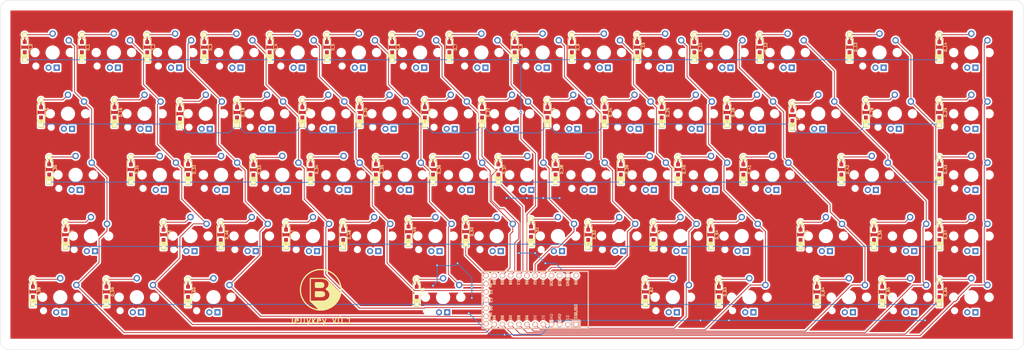
<source format=kicad_pcb>
(kicad_pcb (version 20211014) (generator pcbnew)
  (layers (0 "F.Cu" signal) (31 "B.Cu" signal) (34 "B.Paste" user) (35 "F.Paste" user) (36 "B.SilkS" user "B.Silkscreen") (37 "F.SilkS" user "F.Silkscreen") (38 "B.Mask" user) (39 "F.Mask" user) (44 "Edge.Cuts" user))
  (net 0 "")
  (net 3 "col0")
  (net 4 "col1")
  (net 5 "col2")
  (net 6 "col3")
  (net 7 "col4")
  (net 8 "col5")
  (net 9 "col6")
  (net 10 "col7")
  (net 11 "col8")
  (net 12 "col9")
  (net 13 "col10")
  (net 14 "col11")
  (net 15 "col12")
  (net 16 "col13")
  (net 17 "col14")
  (net 18 "row0")
  (net 19 "row1")
  (net 20 "row2")
  (net 21 "row3")
  (net 22 "row4")
  (net 26 "Net-(D_0-Pad2)")
  (net 27 "Net-(D_1-Pad2)")
  (net 28 "Net-(D_2-Pad2)")
  (net 29 "Net-(D_3-Pad2)")
  (net 30 "Net-(D_4-Pad2)")
  (net 31 "Net-(D_5-Pad2)")
  (net 32 "Net-(D_6-Pad2)")
  (net 33 "Net-(D_7-Pad2)")
  (net 34 "Net-(D_8-Pad2)")
  (net 35 "Net-(D_9-Pad2)")
  (net 36 "Net-(D_10-Pad2)")
  (net 37 "Net-(D_11-Pad2)")
  (net 38 "Net-(D_12-Pad2)")
  (net 39 "Net-(D_13-Pad2)")
  (net 40 "Net-(D_14-Pad2)")
  (net 41 "Net-(D_15-Pad2)")
  (net 42 "Net-(D_16-Pad2)")
  (net 43 "Net-(D_17-Pad2)")
  (net 44 "Net-(D_18-Pad2)")
  (net 45 "Net-(D_19-Pad2)")
  (net 46 "Net-(D_20-Pad2)")
  (net 47 "Net-(D_21-Pad2)")
  (net 48 "Net-(D_22-Pad2)")
  (net 49 "Net-(D_23-Pad2)")
  (net 50 "Net-(D_24-Pad2)")
  (net 51 "Net-(D_25-Pad2)")
  (net 52 "Net-(D_26-Pad2)")
  (net 53 "Net-(D_27-Pad2)")
  (net 54 "Net-(D_28-Pad2)")
  (net 55 "Net-(D_29-Pad2)")
  (net 56 "Net-(D_30-Pad2)")
  (net 57 "Net-(D_31-Pad2)")
  (net 58 "Net-(D_32-Pad2)")
  (net 59 "Net-(D_33-Pad2)")
  (net 60 "Net-(D_34-Pad2)")
  (net 61 "Net-(D_35-Pad2)")
  (net 62 "Net-(D_36-Pad2)")
  (net 63 "Net-(D_37-Pad2)")
  (net 64 "Net-(D_38-Pad2)")
  (net 65 "Net-(D_39-Pad2)")
  (net 66 "Net-(D_40-Pad2)")
  (net 67 "Net-(D_41-Pad2)")
  (net 68 "Net-(D_42-Pad2)")
  (net 69 "Net-(D_43-Pad2)")
  (net 70 "Net-(D_44-Pad2)")
  (net 71 "Net-(D_45-Pad2)")
  (net 72 "Net-(D_46-Pad2)")
  (net 73 "Net-(D_47-Pad2)")
  (net 74 "Net-(D_48-Pad2)")
  (net 75 "Net-(D_49-Pad2)")
  (net 76 "Net-(D_50-Pad2)")
  (net 77 "Net-(D_51-Pad2)")
  (net 78 "Net-(D_52-Pad2)")
  (net 79 "Net-(D_53-Pad2)")
  (net 80 "Net-(D_54-Pad2)")
  (net 81 "Net-(D_55-Pad2)")
  (net 82 "Net-(D_56-Pad2)")
  (net 83 "Net-(D_57-Pad2)")
  (net 84 "Net-(D_58-Pad2)")
  (net 85 "Net-(D_59-Pad2)")
  (net 86 "Net-(D_60-Pad2)")
  (net 87 "Net-(D_61-Pad2)")
  (net 88 "Net-(D_62-Pad2)")
  (net 89 "Net-(D_63-Pad2)")
  (net 90 "Net-(D_64-Pad2)")
  (net 91 "Net-(D_65-Pad2)")
  (net 92 "Net-(D_66-Pad2)")
  (net 94 "GND")
  (footprint "keyboard_parts:D_SOD123_axial" (layer "F.Cu") (at 256.54 78.74 90)
    (fp_text reference "D_41")
    (fp_text value "D" hide)
  )
  (footprint "keyboard_parts:D_SOD123_axial" (layer "F.Cu") (at 33.02 40.64 90)
    (fp_text reference "D_0")
    (fp_text value "D" hide)
  )
  (footprint "Kailh_Choc:KailhChoc-1U" (layer "F.Cu") (at 91.71525 118.5155)
    (fp_text reference "K_60")
    (fp_text value "KEYSW")
  )
  (footprint "keyboard_parts:D_SOD123_axial" (layer "F.Cu") (at 317.5 40.64 90)
    (fp_text reference "D_14")
    (fp_text value "D" hide)
  )
  (footprint "Kailh_Choc:KailhChoc-1U" (layer "F.Cu") (at 79.809 42.3155)
    (fp_text reference "K_2")
    (fp_text value "KEYSW")
  )
  (footprint "Kailh_Choc:KailhChoc-1U" (layer "F.Cu") (at 84.5715 99.4655)
    (fp_text reference "K_45")
    (fp_text value "KEYSW")
  )
  (footprint "Kailh_Choc:KailhChoc-1U" (layer "F.Cu") (at 260.784 61.3655)
    (fp_text reference "K_26")
    (fp_text value "KEYSW")
  )
  (footprint "Kailh_Choc:KailhChoc-1U" (layer "F.Cu") (at 279.834 61.3655)
    (fp_text reference "K_27")
    (fp_text value "KEYSW")
  )
  (footprint "keyboard_parts:D_SOD123_axial" (layer "F.Cu") (at 271.78 61.925 90)
    (fp_text reference "D_27")
    (fp_text value "D" hide)
  )
  (footprint "keyboard_parts:D_SOD123_axial" (layer "F.Cu") (at 170.18 98.095 90)
    (fp_text reference "D_50")
    (fp_text value "D" hide)
  )
  (footprint "keyboard_parts:D_SOD123_axial" (layer "F.Cu") (at 248.92 116.84 90)
    (fp_text reference "D_63")
    (fp_text value "D" hide)
  )
  (footprint "keyboard_parts:D_SOD123_axial" (layer "F.Cu") (at 104.14 78.8405 90)
    (fp_text reference "D_33")
    (fp_text value "D" hide)
  )
  (footprint "Kailh_Choc:KailhChoc-1U" (layer "F.Cu") (at 258.40275 118.5155)
    (fp_text reference "K_63")
    (fp_text value "KEYSW")
  )
  (footprint "keyboard_parts:D_SOD123_axial" (layer "F.Cu") (at 38.1 60.96 90)
    (fp_text reference "D_15")
    (fp_text value "D" hide)
  )
  (footprint "Kailh_Choc:KailhChoc-1U" (layer "F.Cu") (at 327.459 118.5155)
    (fp_text reference "K_66")
    (fp_text value "KEYSW")
  )
  (footprint "Kailh_Choc:KailhChoc-1U" (layer "F.Cu") (at 189.3465 80.4155)
    (fp_text reference "K_37")
    (fp_text value "KEYSW")
  )
  (footprint "Kailh_Choc:KailhChoc-1U" (layer "F.Cu") (at 296.50275 80.4155)
    (fp_text reference "K_42")
    (fp_text value "KEYSW")
  )
  (footprint "Kailh_Choc:KailhChoc-1U" (layer "F.Cu") (at 163.15275 118.5155)
    (fp_text reference "K_61")
    (fp_text value "KEYSW")
  )
  (footprint "keyboard_parts:D_SOD123_axial" (layer "F.Cu") (at 109.22 40.64 90)
    (fp_text reference "D_4")
    (fp_text value "D" hide)
  )
  (footprint "keyboard_parts:D_SOD123_axial" (layer "F.Cu") (at 180.34 78.74 90)
    (fp_text reference "D_37")
    (fp_text value "D" hide)
  )
  (footprint "Kailh_Choc:KailhChoc-1U" (layer "F.Cu") (at 194.109 42.3155)
    (fp_text reference "K_8")
    (fp_text value "KEYSW")
  )
  (footprint "Kailh_Choc:KailhChoc-1U" (layer "F.Cu") (at 175.059 42.3155)
    (fp_text reference "K_7")
    (fp_text value "KEYSW")
  )
  (footprint "keyboard_parts:D_SOD123_axial" (layer "F.Cu") (at 299.72 116.84 90)
    (fp_text reference "D_65")
    (fp_text value "D" hide)
  )
  (footprint "Kailh_Choc:KailhChoc-1U" (layer "F.Cu") (at 256.0215 99.4655)
    (fp_text reference "K_54")
    (fp_text value "KEYSW")
  )
  (footprint "keyboard_parts:D_SOD123_axial" (layer "F.Cu") (at 231.14 60.96 90)
    (fp_text reference "D_25")
    (fp_text value "D" hide)
  )
  (footprint "Kailh_Choc:KailhChoc-1U" (layer "F.Cu") (at 203.634 61.3655)
    (fp_text reference "K_23")
    (fp_text value "KEYSW")
  )
  (footprint "Kailh_Choc:KailhChoc-1U" (layer "F.Cu") (at 213.159 42.3155)
    (fp_text reference "K_9")
    (fp_text value "KEYSW")
  )
  (footprint "keyboard_parts:D_SOD123_axial" (layer "F.Cu") (at 241.3 40.64 90)
    (fp_text reference "D_11")
    (fp_text value "D" hide)
  )
  (footprint "Kailh_Choc:KailhChoc-1U" (layer "F.Cu") (at 282.21525 99.4655)
    (fp_text reference "K_55")
    (fp_text value "KEYSW")
  )
  (footprint "keyboard_parts:D_SOD123_axial" (layer "F.Cu") (at 218.44 78.74 90)
    (fp_text reference "D_39")
    (fp_text value "D" hide)
  )
  (footprint "keyboard_parts:D_SOD123_axial" (layer "F.Cu") (at 58.42 116.84 90)
    (fp_text reference "D_59")
    (fp_text value "D" hide)
  )
  (footprint "keyboard_parts:D_SOD123_axial" (layer "F.Cu") (at 175.26 60.96 90)
    (fp_text reference "D_22")
    (fp_text value "D" hide)
  )
  (footprint "keyboard_parts:D_SOD123_axial" (layer "F.Cu") (at 88.9 40.64 90)
    (fp_text reference "D_3")
    (fp_text value "D" hide)
  )
  (footprint "keyboard_parts:D_SOD123_axial" (layer "F.Cu") (at 294.64 60.96 90)
    (fp_text reference "D_28")
    (fp_text value "D" hide)
  )
  (footprint "Kailh_Choc:KailhChoc-1U" (layer "F.Cu") (at 289.359 118.5155)
    (fp_text reference "K_64")
    (fp_text value "KEYSW")
  )
  (footprint "keyboard_parts:D_SOD123_axial" (layer "F.Cu") (at 60.96 60.96 90)
    (fp_text reference "D_16")
    (fp_text value "D" hide)
  )
  (footprint "keyboard_parts:D_SOD123_axial" (layer "F.Cu") (at 50.8 40.64 90)
    (fp_text reference "D_1")
    (fp_text value "D" hide)
  )
  (footprint "keyboard_parts:D_SOD123_axial" (layer "F.Cu") (at 274.32 99.06 90)
    (fp_text reference "D_55")
    (fp_text value "D" hide)
  )
  (footprint "keyboard_parts:D_SOD123_axial" (layer "F.Cu") (at 45.72 99.06 90)
    (fp_text reference "D_44")
    (fp_text value "D" hide)
  )
  (footprint "keyboard_parts:D_SOD123_axial" (layer "F.Cu") (at 132.08 99.06 90)
    (fp_text reference "D_48")
    (fp_text value "D" hide)
  )
  (footprint "Kailh_Choc:KailhChoc-1U" (layer "F.Cu") (at 122.6715 99.4655)
    (fp_text reference "K_47")
    (fp_text value "KEYSW")
  )
  (footprint "keyboard_parts:D_SOD123_axial" (layer "F.Cu") (at 35.56 116.84 90)
    (fp_text reference "D_58")
    (fp_text value "D" hide)
  )
  (footprint "Kailh_Choc:KailhChoc-1U" (layer "F.Cu") (at 298.884 42.3155)
    (fp_text reference "K_13")
    (fp_text value "KEYSW")
  )
  (footprint "keyboard_parts:D_SOD123_axial" (layer "F.Cu") (at 317.5 78.74 90)
    (fp_text reference "D_43")
    (fp_text value "D" hide)
  )
  (footprint "keyboard_parts:D_SOD123_axial" (layer "F.Cu") (at 203.2 40.64 90)
    (fp_text reference "D_9")
    (fp_text value "D" hide)
  )
  (footprint "Kailh_Choc:KailhChoc-1U" (layer "F.Cu") (at 327.459 61.3655)
    (fp_text reference "K_29")
    (fp_text value "KEYSW")
  )
  (footprint "Kailh_Choc:KailhChoc-1U" (layer "F.Cu") (at 246.4965 80.4155)
    (fp_text reference "K_40")
    (fp_text value "KEYSW")
  )
  (footprint "Kailh_Choc:KailhChoc-1U" (layer "F.Cu") (at 117.909 42.3155)
    (fp_text reference "K_4")
    (fp_text value "KEYSW")
  )
  (footprint "keyboard_parts:D_SOD123_axial" (layer "F.Cu") (at 76.2 99.06 90)
    (fp_text reference "D_45")
    (fp_text value "D" hide)
  )
  (footprint "Kailh_Choc:KailhChoc-1U" (layer "F.Cu") (at 208.3965 80.4155)
    (fp_text reference "K_38")
    (fp_text value "KEYSW")
  )
  (footprint "Kailh_Choc:KailhChoc-1U" (layer "F.Cu") (at 234.59025 118.5155)
    (fp_text reference "K_62")
    (fp_text value "KEYSW")
  )
  (footprint "keyboard_parts:D_SOD123_axial" (layer "F.Cu") (at 289.56 40.64 90)
    (fp_text reference "D_13")
    (fp_text value "D" hide)
  )
  (footprint "keyboard_parts:D_SOD123_axial" (layer "F.Cu") (at 195.58 60.96 90)
    (fp_text reference "D_23")
    (fp_text value "D" hide)
  )
  (footprint "keyboard_parts:D_SOD123_axial" (layer "F.Cu") (at 119.38 60.96 90)
    (fp_text reference "D_19")
    (fp_text value "D" hide)
  )
  (footprint "Kailh_Choc:KailhChoc-1U" (layer "F.Cu") (at 156.009 42.3155)
    (fp_text reference "K_6")
    (fp_text value "KEYSW")
  )
  (footprint "Kailh_Choc:KailhChoc-1U" (layer "F.Cu") (at 94.0965 80.4155)
    (fp_text reference "K_32")
    (fp_text value "KEYSW")
  )
  (footprint "keyboard_parts:D_SOD123_axial" (layer "F.Cu") (at 190.5 98.095 90)
    (fp_text reference "D_51")
    (fp_text value "D" hide)
  )
  (footprint "Kailh_Choc:KailhChoc-1U" (layer "F.Cu") (at 179.8215 99.4655)
    (fp_text reference "K_50")
    (fp_text value "KEYSW")
  )
  (footprint "Kailh_Choc:KailhChoc-1U" (layer "F.Cu") (at 127.434 61.3655)
    (fp_text reference "K_19")
    (fp_text value "KEYSW")
  )
  (footprint "keyboard_parts:D_SOD123_axial" (layer "F.Cu") (at 121.92 78.74 90)
    (fp_text reference "D_34")
    (fp_text value "D" hide)
  )
  (footprint "Kailh_Choc:KailhChoc-1U" (layer "F.Cu") (at 303.6465 61.3655)
    (fp_text reference "K_28")
    (fp_text value "KEYSW")
  )
  (footprint "keyboard_parts:D_SOD123_axial" (layer "F.Cu") (at 114.3 99.06 90)
    (fp_text reference "D_47")
    (fp_text value "D" hide)
  )
  (footprint "keyboard_parts:D_SOD123_axial" (layer "F.Cu") (at 317.5 60.96 90)
    (fp_text reference "D_29")
    (fp_text value "D" hide)
  )
  (footprint "Kailh_Choc:KailhChoc-1U" (layer "F.Cu") (at 222.684 61.3655)
    (fp_text reference "K_24")
    (fp_text value "KEYSW")
  )
  (footprint "Kailh_Choc:KailhChoc-1U" (layer "F.Cu") (at 141.7215 99.4655)
    (fp_text reference "K_48")
    (fp_text value "KEYSW")
  )
  (footprint "Kailh_Choc:KailhChoc-1U" (layer "F.Cu") (at 308.409 118.5155)
    (fp_text reference "K_65")
    (fp_text value "KEYSW")
  )
  (footprint "keyboard_parts:D_SOD123_axial" (layer "F.Cu") (at 71.12 40.64 90)
    (fp_text reference "D_2")
    (fp_text value "D" hide)
  )
  (footprint "Kailh_Choc:KailhChoc-1U" (layer "F.Cu") (at 160.7715 99.4655)
    (fp_text reference "K_49")
    (fp_text value "KEYSW")
  )
  (footprint "LOGO" (layer "F.Cu") (at 125.095 116.205)
    (fp_text reference "G***" hide)
    (fp_text value "LOGO" hide)
  )
  (footprint "keyboard_parts:D_SOD123_axial" (layer "F.Cu") (at 165.1 40.64 90)
    (fp_text reference "D_7")
    (fp_text value "D" hide)
  )
  (footprint "Kailh_Choc:KailhChoc-1U" (layer "F.Cu") (at 151.2465 80.4155)
    (fp_text reference "K_35")
    (fp_text value "KEYSW")
  )
  (footprint "Kailh_Choc:KailhChoc-1U" (layer "F.Cu") (at 198.8715 99.4655)
    (fp_text reference "K_51")
    (fp_text value "KEYSW")
  )
  (footprint "keyboard_parts:D_SOD123_axial" (layer "F.Cu") (at 198.12 78.74 90)
    (fp_text reference "D_38")
    (fp_text value "D" hide)
  )
  (footprint "keyboard_parts:D_SOD123_axial" (layer "F.Cu") (at 142.24 78.74 90)
    (fp_text reference "D_35")
    (fp_text value "D" hide)
  )
  (footprint "Kailh_Choc:KailhChoc-1U" (layer "F.Cu") (at 308.409 99.4655)
    (fp_text reference "K_56")
    (fp_text value "KEYSW")
  )
  (footprint "Kailh_Choc:KailhChoc-1U" (layer "F.Cu") (at 48.85275 80.4155)
    (fp_text reference "K_30")
    (fp_text value "KEYSW")
  )
  (footprint "Kailh_Choc:KailhChoc-1U" (layer "F.Cu") (at 98.859 42.3155)
    (fp_text reference "K_3")
    (fp_text value "KEYSW")
  )
  (footprint "Kailh_Choc:KailhChoc-1U" (layer "F.Cu") (at 241.734 61.3655)
    (fp_text reference "K_25")
    (fp_text value "KEYSW")
  )
  (footprint "Kailh_Choc:KailhChoc-1U" (layer "F.Cu") (at 113.1465 80.4155)
    (fp_text reference "K_33")
    (fp_text value "KEYSW")
  )
  (footprint "keyboard_parts:D_SOD123_axial" (layer "F.Cu") (at 213.36 60.96 90)
    (fp_text reference "D_24")
    (fp_text value "D" hide)
  )
  (footprint "keyboard_parts:D_SOD123_axial" (layer "F.Cu") (at 40.64 78.74 90)
    (fp_text reference "D_30")
    (fp_text value "D" hide)
  )
  (footprint "Kailh_Choc:KailhChoc-1U" (layer "F.Cu") (at 70.284 61.3655)
    (fp_text reference "K_16")
    (fp_text value "KEYSW")
  )
  (footprint "keyboard_parts:D_SOD123_axial" (layer "F.Cu") (at 93.98 99.06 90)
    (fp_text reference "D_46")
    (fp_text value "D" hide)
  )
  (footprint "Kailh_Choc:KailhChoc-1U" (layer "F.Cu") (at 136.959 42.3155)
    (fp_text reference "K_5")
    (fp_text value "KEYSW")
  )
  (footprint "keyboard_parts:D_SOD123_axial" (layer "F.Cu") (at 66.04 78.74 90)
    (fp_text reference "D_31")
    (fp_text value "D" hide)
  )
  (footprint "Kailh_Choc:KailhChoc-1U" (layer "F.Cu") (at 75.0465 80.4155)
    (fp_text reference "K_31")
    (fp_text value "KEYSW")
  )
  (footprint "keyboard_parts:D_SOD123_axial" (layer "F.Cu") (at 279.4 116.84 90)
    (fp_text reference "D_64")
    (fp_text value "D" hide)
  )
  (footprint "Kailh_Choc:KailhChoc-1U" (layer "F.Cu") (at 146.484 61.3655)
    (fp_text reference "K_20")
    (fp_text value "KEYSW")
  )
  (footprint "keyboard_parts:D_SOD123_axial" (layer "F.Cu") (at 157.48 60.96 90)
    (fp_text reference "D_21")
    (fp_text value "D" hide)
  )
  (footprint "keyboard_parts:D_SOD123_axial" (layer "F.Cu") (at 83.82 78.74 90)
    (fp_text reference "D_32")
    (fp_text value "D" hide)
  )
  (footprint "keyboard_parts:D_SOD123_axial" (layer "F.Cu") (at 83.82 116.84 90)
    (fp_text reference "D_60")
    (fp_text value "D" hide)
  )
  (footprint "keyboard_parts:D_SOD123_axial" (layer "F.Cu") (at 127 40.64 90)
    (fp_text reference "D_5")
    (fp_text value "D" hide)
  )
  (footprint "keyboard_parts:D_SOD123_axial" (layer "F.Cu") (at 99.06 60.96 90)
    (fp_text reference "D_18")
    (fp_text value "D" hide)
  )
  (footprint "keyboard_parts:D_SOD123_axial" (layer "F.Cu") (at 297.18 99.06 90)
    (fp_text reference "D_56")
    (fp_text value "D" hide)
  )
  (footprint "keyboard_parts:D_SOD123_axial" (layer "F.Cu") (at 317.5 99.06 90)
    (fp_text reference "D_57")
    (fp_text value "D" hide)
  )
  (footprint "keyboard_parts:D_SOD123_axial" (layer "F.Cu") (at 287.02 78.74 90)
    (fp_text reference "D_42")
    (fp_text value "D" hide)
  )
  (footprint "Kailh_Choc:KailhChoc-1U" (layer "F.Cu") (at 89.334 61.3655)
    (fp_text reference "K_17")
    (fp_text value "KEYSW")
  )
  (footprint "keyboard_parts:D_SOD123_axial" (layer "F.Cu") (at 152.4 98.095 90)
    (fp_text reference "D_49")
    (fp_text value "D" hide)
  )
  (footprint "keyboard_parts:D_SOD123_axial" (layer "F.Cu") (at 208.28 99.06 90)
    (fp_text reference "D_52")
    (fp_text value "D" hide)
  )
  (footprint "keyboard_parts:D_SOD123_axial" (layer "F.Cu") (at 185.42 40.64 90)
    (fp_text reference "D_8")
    (fp_text value "D" hide)
  )
  (footprint "Kailh_Choc:KailhChoc-1U" (layer "F.Cu") (at 327.459 42.3155)
    (fp_text reference "K_14")
    (fp_text value "KEYSW")
  )
  (footprint "keyboard_parts:D_SOD123_axial" (layer "F.Cu") (at 147.32 40.64 90)
    (fp_text reference "D_6")
    (fp_text value "D" hide)
  )
  (footprint "Kailh_Choc:KailhChoc-1U" (layer "F.Cu") (at 103.6215 99.4655)
    (fp_text reference "K_46")
    (fp_text value "KEYSW")
  )
  (footprint "Kailh_Choc:KailhChoc-1U" (layer "F.Cu") (at 53.61525 99.4655)
    (fp_text reference "K_44")
    (fp_text value "KEYSW")
  )
  (footprint "Kailh_Choc:KailhChoc-1U" (layer "F.Cu") (at 251.259 42.3155)
    (fp_text reference "K_11")
    (fp_text value "KEYSW")
  )
  (footprint "Kailh_Choc:KailhChoc-1U" (layer "F.Cu") (at 170.2965 80.4155)
    (fp_text reference "K_36")
    (fp_text value "KEYSW")
  )
  (footprint "Kailh_Choc:KailhChoc-1U" (layer "F.Cu") (at 165.534 61.3655)
    (fp_text reference "K_21")
    (fp_text value "KEYSW")
  )
  (footprint "keyboard_parts:D_SOD123_axial" (layer "F.Cu") (at 226.06 116.84 90)
    (fp_text reference "D_62")
    (fp_text value "D" hide)
  )
  (footprint "Kailh_Choc:KailhChoc-1U" (layer "F.Cu") (at 184.584 61.3655)
    (fp_text reference "K_22")
    (fp_text value "KEYSW")
  )
  (footprint "Kailh_Choc:KailhChoc-1U" (layer "F.Cu") (at 60.759 42.3155)
    (fp_text reference "K_1")
    (fp_text value "KEYSW")
  )
  (footprint "Kailh_Choc:KailhChoc-1U" (layer "F.Cu") (at 217.9215 99.4655)
    (fp_text reference "K_52")
    (fp_text value "KEYSW")
  )
  (footprint "Kailh_Choc:KailhChoc-1U" (layer "F.Cu") (at 44.09025 118.5155)
    (fp_text reference "K_58")
    (fp_text value "KEYSW")
  )
  (footprint "Kailh_Choc:KailhChoc-1U" (layer "F.Cu") (at 236.9715 99.4655)
    (fp_text reference "K_53")
    (fp_text value "KEYSW")
  )
  (footprint "Kailh_Choc:KailhChoc-1U" (layer "F.Cu") (at 108.384 61.3655)
    (fp_text reference "K_18")
    (fp_text value "KEYSW")
  )
  (footprint "keyboard_parts:D_SOD123_axial" (layer "F.Cu") (at 137.16 60.96 90)
    (fp_text reference "D_20")
    (fp_text value "D" hide)
  )
  (footprint "Kailh_Choc:KailhChoc-1U" (layer "F.Cu") (at 327.459 99.4655)
    (fp_text reference "K_57")
    (fp_text value "KEYSW")
  )
  (footprint "keyboard_parts:D_SOD123_axial" (layer "F.Cu") (at 246.38 99.06 90)
    (fp_text reference "D_54")
    (fp_text value "D" hide)
  )
  (footprint "Kailh_Choc:KailhChoc-1U" (layer "F.Cu") (at 265.5465 80.4155)
    (fp_text reference "K_41")
    (fp_text value "KEYSW")
  )
  (footprint "keyboard_parts:D_SOD123_axial" (layer "F.Cu") (at 261.62 40.64 90)
    (fp_text reference "D_12")
    (fp_text value "D" hide)
  )
  (footprint "keyboard_parts:D_SOD123_axial" (layer "F.Cu") (at 228.6 99.06 90)
    (fp_text reference "D_53")
    (fp_text value "D" hide)
  )
  (footprint "keyboard_parts:D_SOD123_axial" (layer "F.Cu") (at 160.02 78.74 90)
    (fp_text reference "D_36")
    (fp_text value "D" hide)
  )
  (footprint "Kailh_Choc:KailhChoc-1U" (layer "F.Cu") (at 41.709 42.3155)
    (fp_text reference "K_0")
    (fp_text value "KEYSW")
  )
  (footprint "keyboard_parts:D_SOD123_axial" (layer "F.Cu") (at 81.28 61.3655 90)
    (fp_text reference "D_17")
    (fp_text value "D" hide)
  )
  (footprint "Kailh_Choc:KailhChoc-1U" (layer "F.Cu") (at 327.459 80.4155)
    (fp_text reference "K_43")
    (fp_text value "KEYSW")
  )
  (footprint "keyboard_parts:D_SOD123_axial" (layer "F.Cu") (at 251.46 60.96 90)
    (fp_text reference "D_26")
    (fp_text value "D" hide)
  )
  (footprint "keyboard_parts:D_SOD123_axial" (layer "F.Cu") (at 236.22 78.74 90)
    (fp_text reference "D_40")
    (fp_text value "D" hide)
  )
  (footprint "keyboard_parts:D_SOD123_axial" (layer "F.Cu") (at 154.94 116.84 90)
    (fp_text reference "D_61")
    (fp_text value "D" hide)
  )
  (footprint "Kailh_Choc:KailhChoc-1U" (layer "F.Cu") (at 232.209 42.3155)
    (fp_text reference "K_10")
    (fp_text value "KEYSW")
  )
  (footprint "Kailh_Choc:KailhChoc-1U" (layer "F.Cu") (at 46.4715 61.3655)
    (fp_text reference "K_15")
    (fp_text value "KEYSW")
  )
  (footprint "Kailh_Choc:KailhChoc-1U" (layer "F.Cu") (at 270.309 42.3155)
    (fp_text reference "K_12")
    (fp_text value "KEYSW")
  )
  (footprint "keyboard_parts:D_SOD123_axial" (layer "F.Cu") (at 223.52 40.64 90)
    (fp_text reference "D_10")
    (fp_text value "D" hide)
  )
  (footprint "Kailh_Choc:KailhChoc-1U" (layer "F.Cu") (at 132.1965 80.4155)
    (fp_text reference "K_34")
    (fp_text value "KEYSW")
  )
  (footprint "Kailh_Choc:KailhChoc-1U" (layer "F.Cu") (at 67.90275 118.5155)
    (fp_text reference "K_59")
    (fp_text value "KEYSW")
  )
  (footprint "keyboard_parts:D_SOD123_axial" (layer "F.Cu") (at 317.5 116.84 90)
    (fp_text reference "D_66")
    (fp_text value "D" hide)
  )
  (footprint "Kailh_Choc:KailhChoc-1U" (layer "F.Cu") (at 227.4465 80.4155)
    (fp_text reference "K_39")
    (fp_text value "KEYSW")
  )
  (footprint "keebio:Elite-C" (layer "B.Cu") (at 190.5 119.38 180)
    (fp_text reference "U1" hide)
    (fp_text value "Elite-C" hide)
  )
  (gr_arc (start 343.782692 132.040499) (mid 342.963247 134.019201) (end 340.984772 134.839192) (layer "Edge.Cuts") (width 0.1))
  (gr_line (start 28.183228 25.991808) (end 340.983999 25.991808) (layer "Edge.Cuts") (width 0.1))
  (gr_arc (start 340.983999 25.991808) (mid 342.962701 26.811253) (end 343.782692 28.789728) (layer "Edge.Cuts") (width 0.1))
  (gr_line (start 25.385308 132.041272) (end 25.385308 28.790501) (layer "Edge.Cuts") (width 0.1))
  (gr_arc (start 28.184001 134.839192) (mid 26.205299 134.019747) (end 25.385308 132.041272) (layer "Edge.Cuts") (width 0.1))
  (gr_arc (start 25.385308 28.790501) (mid 26.204753 26.811799) (end 28.183228 25.991808) (layer "Edge.Cuts") (width 0.1))
  (gr_line (start 343.782692 28.789728) (end 343.782692 132.040499) (layer "Edge.Cuts") (width 0.1))
  (gr_line (start 340.984772 134.839192) (end 28.184001 134.839192) (layer "Edge.Cuts") (width 0.1))
  (gr_text "Jellykey V0.1" (at 125.095 125.73) (layer "F.SilkS") (effects (font (size 2 2) (thickness 0.3))))
  (segment (start 53.85275 59.94675) (end 53.85275 76.6155) (width 0.25) (layer "F.Cu") (net 3))
  (segment (start 56.162261 100.334467) (end 56.162261 107.643489) (width 0.25) (layer "F.Cu") (net 3))
  (segment (start 48.533521 54.627521) (end 51.4715 57.5655) (width 0.25) (layer "F.Cu") (net 3))
  (segment (start 58.61525 81.378) (end 58.61525 95.6655) (width 0.25) (layer "F.Cu") (net 3))
  (segment (start 51.4715 57.5655) (end 53.85275 59.94675) (width 0.25) (layer "F.Cu") (net 3))
  (segment (start 56.162261 107.643489) (end 49.09025 114.7155) (width 0.25) (layer "F.Cu") (net 3))
  (segment (start 49.09025 114.7155) (end 63.91475 129.54) (width 0.25) (layer "F.Cu") (net 3))
  (segment (start 63.91475 129.54) (end 176.53 129.54) (width 0.25) (layer "F.Cu") (net 3))
  (segment (start 53.85275 76.6155) (end 58.61525 81.378) (width 0.25) (layer "F.Cu") (net 3))
  (segment (start 58.61525 95.6655) (end 58.61525 97.881478) (width 0.25) (layer "F.Cu") (net 3))
  (segment (start 46.709 38.5155) (end 48.533521 40.340021) (width 0.25) (layer "F.Cu") (net 3))
  (segment (start 58.61525 97.881478) (end 56.162261 100.334467) (width 0.25) (layer "F.Cu") (net 3))
  (segment (start 176.53 129.54) (end 179.07 127) (width 0.25) (layer "F.Cu") (net 3))
  (segment (start 48.533521 40.340021) (end 48.533521 54.627521) (width 0.25) (layer "F.Cu") (net 3))
  (segment (start 85.18725 127) (end 176.3014 127) (width 0.25) (layer "F.Cu") (net 4))
  (segment (start 81.28 99.823183) (end 81.28 106.33825) (width 0.25) (layer "F.Cu") (net 4))
  (segment (start 81.871021 78.440021) (end 81.871021 87.965021) (width 0.25) (layer "F.Cu") (net 4))
  (segment (start 81.28 106.33825) (end 72.90275 114.7155) (width 0.25) (layer "F.Cu") (net 4))
  (segment (start 69.995489 52.276989) (end 75.284 57.5655) (width 0.25) (layer "F.Cu") (net 4))
  (segment (start 85.437683 95.6655) (end 81.28 99.823183) (width 0.25) (layer "F.Cu") (net 4))
  (segment (start 74.284 70.853) (end 80.0465 76.6155) (width 0.25) (layer "F.Cu") (net 4))
  (segment (start 74.284 58.5655) (end 74.284 70.853) (width 0.25) (layer "F.Cu") (net 4))
  (segment (start 80.0465 76.6155) (end 81.871021 78.440021) (width 0.25) (layer "F.Cu") (net 4))
  (segment (start 89.5715 95.6655) (end 85.437683 95.6655) (width 0.25) (layer "F.Cu") (net 4))
  (segment (start 176.3014 127) (end 176.53 126.7714) (width 0.25) (layer "F.Cu") (net 4))
  (segment (start 75.284 57.5655) (end 74.284 58.5655) (width 0.25) (layer "F.Cu") (net 4))
  (segment (start 81.871021 87.965021) (end 89.5715 95.6655) (width 0.25) (layer "F.Cu") (net 4))
  (segment (start 72.90275 114.7155) (end 85.18725 127) (width 0.25) (layer "F.Cu") (net 4))
  (segment (start 69.995489 42.751989) (end 69.995489 52.276989) (width 0.25) (layer "F.Cu") (net 4))
  (segment (start 65.759 38.5155) (end 69.995489 42.751989) (width 0.25) (layer "F.Cu") (net 4))
  (segment (start 176.497489 124.492511) (end 176.53 124.46) (width 0.25) (layer "F.Cu") (net 5))
  (segment (start 161.321283 124.46) (end 161.353794 124.492511) (width 0.25) (layer "F.Cu") (net 5))
  (segment (start 161.353794 124.492511) (end 176.497489 124.492511) (width 0.25) (layer "F.Cu") (net 5))
  (segment (start 96.71525 114.7155) (end 106.45975 124.46) (width 0.25) (layer "F.Cu") (net 5))
  (segment (start 101.6 88.644) (end 108.6215 95.6655) (width 0.25) (layer "F.Cu") (net 5))
  (segment (start 108.6215 95.6655) (end 106.168511 98.118489) (width 0.25) (layer "F.Cu") (net 5))
  (segment (start 106.168511 105.262239) (end 96.71525 114.7155) (width 0.25) (layer "F.Cu") (net 5))
  (segment (start 84.809 38.5155) (end 83.809 39.5155) (width 0.25) (layer "F.Cu") (net 5))
  (segment (start 106.45975 124.46) (end 161.321283 124.46) (width 0.25) (layer "F.Cu") (net 5))
  (segment (start 99.0965 76.6155) (end 101.6 79.119) (width 0.25) (layer "F.Cu") (net 5))
  (segment (start 93.334 58.5655) (end 93.334 70.853) (width 0.25) (layer "F.Cu") (net 5))
  (segment (start 94.334 57.5655) (end 93.334 58.5655) (width 0.25) (layer "F.Cu") (net 5))
  (segment (start 101.6 79.119) (end 101.6 88.644) (width 0.25) (layer "F.Cu") (net 5))
  (segment (start 83.809 47.0405) (end 94.334 57.5655) (width 0.25) (layer "F.Cu") (net 5))
  (segment (start 106.168511 98.118489) (end 106.168511 105.262239) (width 0.25) (layer "F.Cu") (net 5))
  (segment (start 83.809 39.5155) (end 83.809 47.0405) (width 0.25) (layer "F.Cu") (net 5))
  (segment (start 93.334 70.853) (end 99.0965 76.6155) (width 0.25) (layer "F.Cu") (net 5))
  (segment (start 118.1465 62.328) (end 118.1465 76.6155) (width 0.25) (layer "F.Cu") (net 6))
  (segment (start 113.384 57.5655) (end 118.1465 62.328) (width 0.25) (layer "F.Cu") (net 6))
  (segment (start 176.350979 121.740979) (end 176.53 121.92) (width 0.25) (layer "F.Cu") (net 6))
  (segment (start 126.6715 96.6655) (end 126.6715 111.4315) (width 0.25) (layer "F.Cu") (net 6))
  (segment (start 137.16 121.92) (end 157.350068 121.92) (width 0.25) (layer "F.Cu") (net 6))
  (segment (start 127.6715 95.6655) (end 126.6715 96.6655) (width 0.25) (layer "F.Cu") (net 6))
  (segment (start 108.095489 42.751989) (end 108.095489 52.276989) (width 0.25) (layer "F.Cu") (net 6))
  (segment (start 119.971021 78.440021) (end 119.971021 87.965021) (width 0.25) (layer "F.Cu") (net 6))
  (segment (start 157.350068 121.92) (end 157.529089 121.740979) (width 0.25) (layer "F.Cu") (net 6))
  (segment (start 103.859 38.5155) (end 108.095489 42.751989) (width 0.25) (layer "F.Cu") (net 6))
  (segment (start 157.529089 121.740979) (end 176.350979 121.740979) (width 0.25) (layer "F.Cu") (net 6))
  (segment (start 119.971021 87.965021) (end 127.6715 95.6655) (width 0.25) (layer "F.Cu") (net 6))
  (segment (start 126.6715 111.4315) (end 137.16 121.92) (width 0.25) (layer "F.Cu") (net 6))
  (segment (start 108.095489 52.276989) (end 113.384 57.5655) (width 0.25) (layer "F.Cu") (net 6))
  (segment (start 118.1465 76.6155) (end 119.971021 78.440021) (width 0.25) (layer "F.Cu") (net 6))
  (segment (start 154.266957 116.440979) (end 176.130979 116.440979) (width 0.25) (layer "F.Cu") (net 7))
  (segment (start 145.7215 107.895522) (end 154.266957 116.440979) (width 0.25) (layer "F.Cu") (net 7))
  (segment (start 141.115489 90.059489) (end 146.7215 95.6655) (width 0.25) (layer "F.Cu") (net 7))
  (segment (start 132.434 57.5655) (end 136.035489 61.166989) (width 0.25) (layer "F.Cu") (net 7))
  (segment (start 141.115489 80.534489) (end 141.115489 90.059489) (width 0.25) (layer "F.Cu") (net 7))
  (segment (start 124.733521 49.865021) (end 132.434 57.5655) (width 0.25) (layer "F.Cu") (net 7))
  (segment (start 136.035489 75.454489) (end 137.1965 76.6155) (width 0.25) (layer "F.Cu") (net 7))
  (segment (start 136.035489 61.166989) (end 136.035489 75.454489) (width 0.25) (layer "F.Cu") (net 7))
  (segment (start 176.130979 116.440979) (end 176.53 116.84) (width 0.25) (layer "F.Cu") (net 7))
  (segment (start 146.7215 95.6655) (end 145.7215 96.6655) (width 0.25) (layer "F.Cu") (net 7))
  (segment (start 122.909 38.5155) (end 124.733521 40.340021) (width 0.25) (layer "F.Cu") (net 7))
  (segment (start 124.733521 40.340021) (end 124.733521 49.865021) (width 0.25) (layer "F.Cu") (net 7))
  (segment (start 137.1965 76.6155) (end 141.115489 80.534489) (width 0.25) (layer "F.Cu") (net 7))
  (segment (start 145.7215 96.6655) (end 145.7215 107.895522) (width 0.25) (layer "F.Cu") (net 7))
  (segment (start 141.959 38.5155) (end 146.195489 42.751989) (width 0.25) (layer "F.Cu") (net 8))
  (segment (start 146.195489 42.751989) (end 146.195489 52.276989) (width 0.25) (layer "F.Cu") (net 8))
  (segment (start 165.7715 95.6655) (end 164.7715 96.6655) (width 0.25) (layer "F.Cu") (net 8))
  (segment (start 146.195489 52.276989) (end 151.484 57.5655) (width 0.25) (layer "F.Cu") (net 8))
  (segment (start 168.15275 114.7155) (end 176.1145 114.7155) (width 0.25) (layer "F.Cu") (net 8))
  (segment (start 156.2465 76.6155) (end 158.895489 79.264489) (width 0.25) (layer "F.Cu") (net 8))
  (segment (start 158.895489 88.789489) (end 165.7715 95.6655) (width 0.25) (layer "F.Cu") (net 8))
  (segment (start 156.2465 62.328) (end 156.2465 76.6155) (width 0.25) (layer "F.Cu") (net 8))
  (segment (start 164.7715 96.6655) (end 164.7715 111.33425) (width 0.25) (layer "F.Cu") (net 8))
  (segment (start 176.1145 114.7155) (end 176.53 114.3) (width 0.25) (layer "F.Cu") (net 8))
  (segment (start 164.7715 111.33425) (end 168.15275 114.7155) (width 0.25) (layer "F.Cu") (net 8))
  (segment (start 151.484 57.5655) (end 156.2465 62.328) (width 0.25) (layer "F.Cu") (net 8))
  (segment (start 158.895489 79.264489) (end 158.895489 88.789489) (width 0.25) (layer "F.Cu") (net 8))
  (segment (start 176.1145 114.7155) (end 176.53 114.3) (width 0.25) (layer "B.Cu") (net 8))
  (segment (start 161.009 38.5155) (end 162.833521 40.340021) (width 0.25) (layer "F.Cu") (net 9))
  (segment (start 183.996979 109.373021) (end 181.61 111.76) (width 0.25) (layer "F.Cu") (net 9))
  (segment (start 175.2965 76.6155) (end 177.8 79.119) (width 0.25) (layer "F.Cu") (net 9))
  (segment (start 184.8215 95.6655) (end 184.8215 98.140979) (width 0.25) (layer "F.Cu") (net 9))
  (segment (start 174.135489 75.454489) (end 175.2965 76.6155) (width 0.25) (layer "F.Cu") (net 9))
  (segment (start 170.534 57.5655) (end 174.135489 61.166989) (width 0.25) (layer "F.Cu") (net 9))
  (segment (start 183.996979 98.916864) (end 183.996979 109.373021) (width 0.25) (layer "F.Cu") (net 9))
  (segment (start 177.8 88.644) (end 184.8215 95.6655) (width 0.25) (layer "F.Cu") (net 9))
  (segment (start 184.8215 98.140979) (end 184.772864 98.140979) (width 0.25) (layer "F.Cu") (net 9))
  (segment (start 162.833521 40.340021) (end 162.833521 49.865021) (width 0.25) (layer "F.Cu") (net 9))
  (segment (start 174.135489 61.166989) (end 174.135489 75.454489) (width 0.25) (layer "F.Cu") (net 9))
  (segment (start 162.833521 49.865021) (end 170.534 57.5655) (width 0.25) (layer "F.Cu") (net 9))
  (segment (start 184.772864 98.140979) (end 183.996979 98.916864) (width 0.25) (layer "F.Cu") (net 9))
  (segment (start 177.8 79.119) (end 177.8 88.644) (width 0.25) (layer "F.Cu") (net 9))
  (segment (start 184.295489 52.276989) (end 189.584 57.5655) (width 0.25) (layer "F.Cu") (net 10))
  (segment (start 196.171021 78.440021) (end 196.171021 87.965021) (width 0.25) (layer "F.Cu") (net 10))
  (segment (start 184.295489 42.751989) (end 184.295489 52.276989) (width 0.25) (layer "F.Cu") (net 10))
  (segment (start 191.77 108.191033) (end 191.77 111.76) (width 0.25) (layer "F.Cu") (net 10))
  (segment (start 203.8715 95.6655) (end 203.8715 98.140979) (width 0.25) (layer "F.Cu") (net 10))
  (segment (start 203.822864 98.140979) (end 199.075354 102.888489) (width 0.25) (layer "F.Cu") (net 10))
  (segment (start 194.3465 76.6155) (end 196.171021 78.440021) (width 0.25) (layer "F.Cu") (net 10))
  (segment (start 189.584 57.5655) (end 194.3465 62.328) (width 0.25) (layer "F.Cu") (net 10))
  (segment (start 196.171021 87.965021) (end 203.8715 95.6655) (width 0.25) (layer "F.Cu") (net 10))
  (segment (start 197.072544 102.888489) (end 191.77 108.191033) (width 0.25) (layer "F.Cu") (net 10))
  (segment (start 194.3465 62.328) (end 194.3465 76.6155) (width 0.25) (layer "F.Cu") (net 10))
  (segment (start 199.075354 102.888489) (end 197.072544 102.888489) (width 0.25) (layer "F.Cu") (net 10))
  (segment (start 203.8715 98.140979) (end 203.822864 98.140979) (width 0.25) (layer "F.Cu") (net 10))
  (segment (start 180.059 38.5155) (end 184.295489 42.751989) (width 0.25) (layer "F.Cu") (net 10))
  (segment (start 216.691022 109.22) (end 196.85 109.22) (width 0.25) (layer "F.Cu") (net 11))
  (segment (start 220.468511 105.442511) (end 216.691022 109.22) (width 0.25) (layer "F.Cu") (net 11))
  (segment (start 220.468511 98.118489) (end 220.468511 105.442511) (width 0.25) (layer "F.Cu") (net 11))
  (segment (start 213.3965 76.6155) (end 215.9 79.119) (width 0.25) (layer "F.Cu") (net 11))
  (segment (start 200.933521 40.340021) (end 200.933521 49.865021) (width 0.25) (layer "F.Cu") (net 11))
  (segment (start 200.933521 49.865021) (end 208.634 57.5655) (width 0.25) (layer "F.Cu") (net 11))
  (segment (start 222.9215 95.6655) (end 220.468511 98.118489) (width 0.25) (layer "F.Cu") (net 11))
  (segment (start 208.634 57.5655) (end 212.235489 61.166989) (width 0.25) (layer "F.Cu") (net 11))
  (segment (start 212.235489 75.454489) (end 213.3965 76.6155) (width 0.25) (layer "F.Cu") (net 11))
  (segment (start 212.235489 61.166989) (end 212.235489 75.454489) (width 0.25) (layer "F.Cu") (net 11))
  (segment (start 215.9 79.119) (end 215.9 88.644) (width 0.25) (layer "F.Cu") (net 11))
  (segment (start 196.85 109.22) (end 194.31 111.76) (width 0.25) (layer "F.Cu") (net 11))
  (segment (start 215.9 88.644) (end 222.9215 95.6655) (width 0.25) (layer "F.Cu") (net 11))
  (segment (start 199.109 38.5155) (end 200.933521 40.340021) (width 0.25) (layer "F.Cu") (net 11))
  (segment (start 229.508521 73.677521) (end 232.4465 76.6155) (width 0.25) (layer "F.Cu") (net 12))
  (segment (start 241.9715 95.6655) (end 239.59025 98.04675) (width 0.25) (layer "F.Cu") (net 12))
  (segment (start 194.31 127) (end 195.510811 128.200811) (width 0.25) (layer "F.Cu") (net 12))
  (segment (start 238.765729 115.540021) (end 239.59025 114.7155) (width 0.25) (layer "F.Cu") (net 12))
  (segment (start 234.271021 87.965021) (end 241.9715 95.6655) (width 0.25) (layer "F.Cu") (net 12))
  (segment (start 222.395489 42.751989) (end 222.395489 52.276989) (width 0.25) (layer "F.Cu") (net 12))
  (segment (start 227.684 57.5655) (end 229.508521 59.390021) (width 0.25) (layer "F.Cu") (net 12))
  (segment (start 235.019189 128.200811) (end 238.765729 124.454271) (width 0.25) (layer "F.Cu") (net 12))
  (segment (start 222.395489 52.276989) (end 227.684 57.5655) (width 0.25) (layer "F.Cu") (net 12))
  (segment (start 232.4465 76.6155) (end 234.271021 78.440021) (width 0.25) (layer "F.Cu") (net 12))
  (segment (start 229.508521 59.390021) (end 229.508521 73.677521) (width 0.25) (layer "F.Cu") (net 12))
  (segment (start 238.765729 124.454271) (end 238.765729 115.540021) (width 0.25) (layer "F.Cu") (net 12))
  (segment (start 195.510811 128.200811) (end 235.019189 128.200811) (width 0.25) (layer "F.Cu") (net 12))
  (segment (start 239.59025 98.04675) (end 239.59025 114.7155) (width 0.25) (layer "F.Cu") (net 12))
  (segment (start 218.159 38.5155) (end 222.395489 42.751989) (width 0.25) (layer "F.Cu") (net 12))
  (segment (start 234.271021 78.440021) (end 234.271021 87.965021) (width 0.25) (layer "F.Cu") (net 12))
  (segment (start 261.0215 95.6655) (end 263.40275 98.04675) (width 0.25) (layer "F.Cu") (net 13))
  (segment (start 263.40275 98.04675) (end 263.40275 114.7155) (width 0.25) (layer "F.Cu") (net 13))
  (segment (start 245.734 58.5655) (end 245.734 70.853) (width 0.25) (layer "F.Cu") (net 13))
  (segment (start 263.40275 114.7155) (end 258.6645 114.7155) (width 0.25) (layer "F.Cu") (net 13))
  (segment (start 237.209 38.5155) (end 239.033521 40.340021) (width 0.25) (layer "F.Cu") (net 13))
  (segment (start 239.033521 40.340021) (end 239.033521 49.865021) (width 0.25) (layer "F.Cu") (net 13))
  (segment (start 244.729669 128.650331) (end 193.420331 128.650331) (width 0.25) (layer "F.Cu") (net 13))
  (segment (start 250.4965 77.6155) (end 250.4965 85.1405) (width 0.25) (layer "F.Cu") (net 13))
  (segment (start 258.6645 114.7155) (end 244.729669 128.650331) (width 0.25) (layer "F.Cu") (net 13))
  (segment (start 193.420331 128.650331) (end 191.77 127) (width 0.25) (layer "F.Cu") (net 13))
  (segment (start 245.734 70.853) (end 251.4965 76.6155) (width 0.25) (layer "F.Cu") (net 13))
  (segment (start 250.4965 85.1405) (end 261.0215 95.6655) (width 0.25) (layer "F.Cu") (net 13))
  (segment (start 239.033521 49.865021) (end 246.734 57.5655) (width 0.25) (layer "F.Cu") (net 13))
  (segment (start 251.4965 76.6155) (end 250.4965 77.6155) (width 0.25) (layer "F.Cu") (net 13))
  (segment (start 246.734 57.5655) (end 245.734 58.5655) (width 0.25) (layer "F.Cu") (net 13))
  (segment (start 287.21525 95.6655) (end 294.359 102.80925) (width 0.25) (layer "F.Cu") (net 14))
  (segment (start 255.259 47.0405) (end 265.784 57.5655) (width 0.25) (layer "F.Cu") (net 14))
  (segment (start 191.329851 129.099851) (end 189.23 127) (width 0.25) (layer "F.Cu") (net 14))
  (segment (start 265.784 57.5655) (end 269.085343 60.866843) (width 0.25) (layer "F.Cu") (net 14))
  (segment (start 294.359 102.80925) (end 294.359 114.7155) (width 0.25) (layer "F.Cu") (net 14))
  (segment (start 269.085343 75.154343) (end 270.5465 76.6155) (width 0.25) (layer "F.Cu") (net 14))
  (segment (start 283.539761 89.608761) (end 283.539761 91.990011) (width 0.25) (layer "F.Cu") (net 14))
  (segment (start 283.539761 91.990011) (end 287.21525 95.6655) (width 0.25) (layer "F.Cu") (net 14))
  (segment (start 275.840832 129.099851) (end 191.329851 129.099851) (width 0.25) (layer "F.Cu") (net 14))
  (segment (start 290.225183 114.7155) (end 275.840832 129.099851) (width 0.25) (layer "F.Cu") (net 14))
  (segment (start 270.5465 76.6155) (end 283.539761 89.608761) (width 0.25) (layer "F.Cu") (net 14))
  (segment (start 255.259 39.5155) (end 255.259 47.0405) (width 0.25) (layer "F.Cu") (net 14))
  (segment (start 256.259 38.5155) (end 255.259 39.5155) (width 0.25) (layer "F.Cu") (net 14))
  (segment (start 294.359 114.7155) (end 290.225183 114.7155) (width 0.25) (layer "F.Cu") (net 14))
  (segment (start 269.085343 60.866843) (end 269.085343 75.154343) (width 0.25) (layer "F.Cu") (net 14))
  (segment (start 313.409 95.6655) (end 312.409 96.6655) (width 0.25) (layer "F.Cu") (net 15))
  (segment (start 189.239371 129.549371) (end 186.69 127) (width 0.25) (layer "F.Cu") (net 15))
  (segment (start 275.309 38.5155) (end 284.834 48.0405) (width 0.25) (layer "F.Cu") (net 15))
  (segment (start 294.441312 129.549371) (end 189.239371 129.549371) (width 0.25) (layer "F.Cu") (net 15))
  (segment (start 284.834 57.5655) (end 301.50275 74.23425) (width 0.25) (layer "F.Cu") (net 15))
  (segment (start 312.409 113.7155) (end 313.409 114.7155) (width 0.25) (layer "F.Cu") (net 15))
  (segment (start 313.409 88.52175) (end 313.409 95.6655) (width 0.25) (layer "F.Cu") (net 15))
  (segment (start 312.409 96.6655) (end 312.409 113.7155) (width 0.25) (layer "F.Cu") (net 15))
  (segment (start 309.275183 114.7155) (end 294.441312 129.549371) (width 0.25) (layer "F.Cu") (net 15))
  (segment (start 301.50275 76.6155) (end 313.409 88.52175) (width 0.25) (layer "F.Cu") (net 15))
  (segment (start 284.834 48.0405) (end 284.834 57.5655) (width 0.25) (layer "F.Cu") (net 15))
  (segment (start 313.409 114.7155) (end 309.275183 114.7155) (width 0.25) (layer "F.Cu") (net 15))
  (segment (start 301.50275 74.23425) (end 301.50275 76.6155) (width 0.25) (layer "F.Cu") (net 15))
  (segment (start 316.375489 65.294489) (end 316.375489 120.504511) (width 0.25) (layer "F.Cu") (net 16))
  (segment (start 306.881109 129.998891) (end 187.148891 129.998891) (width 0.25) (layer "F.Cu") (net 16))
  (segment (start 308.6465 57.5655) (end 316.375489 65.294489) (width 0.25) (layer "F.Cu") (net 16))
  (segment (start 187.148891 129.998891) (end 184.15 127) (width 0.25) (layer "F.Cu") (net 16))
  (segment (start 303.884 38.5155) (end 308.6465 43.278) (width 0.25) (layer "F.Cu") (net 16))
  (segment (start 308.6465 43.278) (end 308.6465 57.5655) (width 0.25) (layer "F.Cu") (net 16))
  (segment (start 316.375489 120.504511) (end 306.881109 129.998891) (width 0.25) (layer "F.Cu") (net 16))
  (segment (start 332.459 76.6155) (end 331.459 77.6155) (width 0.25) (layer "F.Cu") (net 17))
  (segment (start 327.2445 114.7155) (end 323.283521 118.676479) (width 0.25) (layer "F.Cu") (net 17))
  (segment (start 331.459 39.5155) (end 331.459 56.5655) (width 0.25) (layer "F.Cu") (net 17))
  (segment (start 331.459 113.7155) (end 332.459 114.7155) (width 0.25) (layer "F.Cu") (net 17))
  (segment (start 322.507636 119.840021) (end 322.119979 119.840021) (width 0.25) (layer "F.Cu") (net 17))
  (segment (start 323.283521 119.064136) (end 322.507636 119.840021) (width 0.25) (layer "F.Cu") (net 17))
  (segment (start 323.283521 118.676479) (end 323.283521 119.064136) (width 0.25) (layer "F.Cu") (net 17))
  (segment (start 332.459 114.7155) (end 327.2445 114.7155) (width 0.25) (layer "F.Cu") (net 17))
  (segment (start 322.119979 119.840021) (end 311.511589 130.448411) (width 0.25) (layer "F.Cu") (net 17))
  (segment (start 331.459 94.6655) (end 332.459 95.6655) (width 0.25) (layer "F.Cu") (net 17))
  (segment (start 331.459 77.6155) (end 331.459 94.6655) (width 0.25) (layer "F.Cu") (net 17))
  (segment (start 331.459 75.6155) (end 332.459 76.6155) (width 0.25) (layer "F.Cu") (net 17))
  (segment (start 311.511589 130.448411) (end 185.058411 130.448411) (width 0.25) (layer "F.Cu") (net 17))
  (segment (start 331.459 96.6655) (end 331.459 113.7155) (width 0.25) (layer "F.Cu") (net 17))
  (segment (start 332.459 38.5155) (end 331.459 39.5155) (width 0.25) (layer "F.Cu") (net 17))
  (segment (start 185.058411 130.448411) (end 181.61 127) (width 0.25) (layer "F.Cu") (net 17))
  (segment (start 331.459 56.5655) (end 332.459 57.5655) (width 0.25) (layer "F.Cu") (net 17))
  (segment (start 331.459 58.5655) (end 331.459 75.6155) (width 0.25) (layer "F.Cu") (net 17))
  (segment (start 332.459 57.5655) (end 331.459 58.5655) (width 0.25) (layer "F.Cu") (net 17))
  (segment (start 332.459 95.6655) (end 331.459 96.6655) (width 0.25) (layer "F.Cu") (net 17))
  (segment (start 191.893511 90.046489) (end 189.23 92.71) (width 0.25) (layer "F.Cu") (net 18))
  (segment (start 189.23 92.71) (end 189.23 111.76) (width 0.25) (layer "F.Cu") (net 18))
  (segment (start 191.893511 73.783511) (end 191.893511 90.046489) (width 0.25) (layer "F.Cu") (net 18))
  (segment (start 187.325 60.96) (end 187.325 69.215) (width 0.25) (layer "F.Cu") (net 18))
  (segment (start 187.325 69.215) (end 191.893511 73.783511) (width 0.25) (layer "F.Cu") (net 18))
  (via (at 187.325 60.96) (size 0.8) (drill 0.4) (layers "F.Cu" "B.Cu") (net 18))
  (segment (start 223.52 44.54) (end 241.3 44.54) (width 0.25) (layer "B.Cu") (net 18))
  (segment (start 203.2 44.54) (end 223.52 44.54) (width 0.25) (layer "B.Cu") (net 18))
  (segment (start 165.1 44.54) (end 185.42 44.54) (width 0.25) (layer "B.Cu") (net 18))
  (segment (start 127 44.54) (end 147.32 44.54) (width 0.25) (layer "B.Cu") (net 18))
  (segment (start 187.325 46.445) (end 185.42 44.54) (width 0.25) (layer "B.Cu") (net 18))
  (segment (start 33.02 44.54) (end 50.8 44.54) (width 0.25) (layer "B.Cu") (net 18))
  (segment (start 187.325 60.96) (end 187.325 46.445) (width 0.25) (layer "B.Cu") (net 18))
  (segment (start 147.32 44.54) (end 165.1 44.54) (width 0.25) (layer "B.Cu") (net 18))
  (segment (start 289.56 44.54) (end 317.5 44.54) (width 0.25) (layer "B.Cu") (net 18))
  (segment (start 261.62 44.54) (end 289.56 44.54) (width 0.25) (layer "B.Cu") (net 18))
  (segment (start 88.9 44.54) (end 109.22 44.54) (width 0.25) (layer "B.Cu") (net 18))
  (segment (start 241.3 44.54) (end 261.62 44.54) (width 0.25) (layer "B.Cu") (net 18))
  (segment (start 185.42 44.54) (end 203.2 44.54) (width 0.25) (layer "B.Cu") (net 18))
  (segment (start 71.12 44.54) (end 88.9 44.54) (width 0.25) (layer "B.Cu") (net 18))
  (segment (start 50.8 44.54) (end 71.12 44.54) (width 0.25) (layer "B.Cu") (net 18))
  (segment (start 109.22 44.54) (end 127 44.54) (width 0.25) (layer "B.Cu") (net 18))
  (segment (start 179.294143 78.74) (end 180.065978 78.74) (width 0.25) (layer "F.Cu") (net 19))
  (segment (start 182.023284 90.994141) (end 186.646021 95.616878) (width 0.25) (layer "F.Cu") (net 19))
  (segment (start 185.42 110.49) (end 184.15 111.76) (width 0.25) (layer "F.Cu") (net 19))
  (segment (start 175.26 64.86) (end 175.26 74.705857) (width 0.25) (layer "F.Cu") (net 19))
  (segment (start 180.065978 78.74) (end 178.24952 80.556458) (width 0.25) (layer "F.Cu") (net 19))
  (segment (start 183.8215 111.4315) (end 184.15 111.76) (width 0.25) (layer "F.Cu") (net 19))
  (segment (start 186.646021 95.616878) (end 186.646021 100.373979) (width 0.25) (layer "F.Cu") (net 19))
  (segment (start 186.646021 100.373979) (end 185.42 101.6) (width 0.25) (layer "F.Cu") (net 19))
  (segment (start 178.24952 88.457802) (end 180.785859 90.994141) (width 0.25) (layer "F.Cu") (net 19))
  (segment (start 180.785859 90.994141) (end 182.023284 90.994141) (width 0.25) (layer "F.Cu") (net 19))
  (segment (start 178.24952 80.556458) (end 178.24952 88.457802) (width 0.25) (layer "F.Cu") (net 19))
  (segment (start 185.42 101.6) (end 185.42 110.49) (width 0.25) (layer "F.Cu") (net 19))
  (segment (start 175.26 74.705857) (end 179.294143 78.74) (width 0.25) (layer "F.Cu") (net 19))
  (segment (start 159.962511 67.342511) (end 157.48 64.86) (width 0.25) (layer "B.Cu") (net 19))
  (segment (start 60.96 64.86) (end 60.690979 64.590979) (width 0.25) (layer "B.Cu") (net 19))
  (segment (start 134.677489 67.342511) (end 121.862511 67.342511) (width 0.25) (layer "B.Cu") (net 19))
  (segment (start 271.78 65.825) (end 270.545979 64.590979) (width 0.25) (layer "B.Cu") (net 19))
  (segment (start 137.16 64.86) (end 134.677489 67.342511) (width 0.25) (layer "B.Cu") (net 19))
  (segment (start 96.577489 67.342511) (end 83.357011 67.342511) (width 0.25) (layer "B.Cu") (net 19))
  (segment (start 83.357011 67.342511) (end 81.28 65.2655) (width 0.25) (layer "B.Cu") (net 19))
  (segment (start 210.877489 67.342511) (end 198.062511 67.342511) (width 0.25) (layer "B.Cu") (net 19))
  (segment (start 119.38 64.86) (end 116.897489 67.342511) (width 0.25) (layer "B.Cu") (net 19))
  (segment (start 157.48 64.86) (end 157.210979 64.590979) (width 0.25) (layer "B.Cu") (net 19))
  (segment (start 294.909021 64.590979) (end 294.64 64.86) (width 0.25) (layer "B.Cu") (net 19))
  (segment (start 99.06 64.86) (end 96.577489 67.342511) (width 0.25) (layer "B.Cu") (net 19))
  (segment (start 231.409021 64.590979) (end 231.14 64.86) (width 0.25) (layer "B.Cu") (net 19))
  (segment (start 193.097489 67.342511) (end 177.742511 67.342511) (width 0.25) (layer "B.Cu") (net 19))
  (segment (start 230.870979 64.590979) (end 213.629021 64.590979) (width 0.25) (layer "B.Cu") (net 19))
  (segment (start 213.36 64.86) (end 210.877489 67.342511) (width 0.25) (layer "B.Cu") (net 19))
  (segment (start 213.629021 64.590979) (end 213.36 64.86) (width 0.25) (layer "B.Cu") (net 19))
  (segment (start 177.742511 67.342511) (end 175.26 64.86) (width 0.25) (layer "B.Cu") (net 19))
  (segment (start 195.58 64.86) (end 193.097489 67.342511) (width 0.25) (layer "B.Cu") (net 19))
  (segment (start 317.5 64.86) (end 317.230979 64.590979) (width 0.25) (layer "B.Cu") (net 19))
  (segment (start 270.545979 64.590979) (end 251.729021 64.590979) (width 0.25) (layer "B.Cu") (net 19))
  (segment (start 273.297511 67.342511) (end 271.78 65.825) (width 0.25) (layer "B.Cu") (net 19))
  (segment (start 116.897489 67.342511) (end 101.542511 67.342511) (width 0.25) (layer "B.Cu") (net 19))
  (segment (start 101.542511 67.342511) (end 99.06 64.86) (width 0.25) (layer "B.Cu") (net 19))
  (segment (start 251.729021 64.590979) (end 251.46 64.86) (width 0.25) (layer "B.Cu") (net 19))
  (segment (start 80.605479 64.590979) (end 61.229021 64.590979) (width 0.25) (layer "B.Cu") (net 19))
  (segment (start 60.690979 64.590979) (end 38.369021 64.590979) (width 0.25) (layer "B.Cu") (net 19))
  (segment (start 137.429021 64.590979) (end 137.16 64.86) (width 0.25) (layer "B.Cu") (net 19))
  (segment (start 175.26 64.86) (end 172.777489 67.342511) (width 0.25) (layer "B.Cu") (net 19))
  (segment (start 198.062511 67.342511) (end 195.58 64.86) (width 0.25) (layer "B.Cu") (net 19))
  (segment (start 157.210979 64.590979) (end 137.429021 64.590979) (width 0.25) (layer "B.Cu") (net 19))
  (segment (start 38.369021 64.590979) (end 38.1 64.86) (width 0.25) (layer "B.Cu") (net 19))
  (segment (start 292.157489 67.342511) (end 273.297511 67.342511) (width 0.25) (layer "B.Cu") (net 19))
  (segment (start 121.862511 67.342511) (end 119.38 64.86) (width 0.25) (layer "B.Cu") (net 19))
  (segment (start 61.229021 64.590979) (end 60.96 64.86) (width 0.25) (layer "B.Cu") (net 19))
  (segment (start 251.190979 64.590979) (end 231.409021 64.590979) (width 0.25) (layer "B.Cu") (net 19))
  (segment (start 231.14 64.86) (end 230.870979 64.590979) (width 0.25) (layer "B.Cu") (net 19))
  (segment (start 172.777489 67.342511) (end 159.962511 67.342511) (width 0.25) (layer "B.Cu") (net 19))
  (segment (start 251.46 64.86) (end 251.190979 64.590979) (width 0.25) (layer "B.Cu") (net 19))
  (segment (start 294.64 64.86) (end 292.157489 67.342511) (width 0.25) (layer "B.Cu") (net 19))
  (segment (start 81.28 65.2655) (end 80.605479 64.590979) (width 0.25) (layer "B.Cu") (net 19))
  (segment (start 317.230979 64.590979) (end 294.909021 64.590979) (width 0.25) (layer "B.Cu") (net 19))
  (segment (start 187.96 110.49) (end 186.69 111.76) (width 0.25) (layer "F.Cu") (net 20))
  (segment (start 187.96 90.26) (end 187.96 110.49) (width 0.25) (layer "F.Cu") (net 20))
  (segment (start 180.34 82.64) (end 187.96 90.26) (width 0.25) (layer "F.Cu") (net 20))
  (segment (start 142.24 82.64) (end 160.02 82.64) (width 0.25) (layer "B.Cu") (net 20))
  (segment (start 83.82 82.64) (end 104.0395 82.64) (width 0.25) (layer "B.Cu") (net 20))
  (segment (start 256.54 82.64) (end 287.02 82.64) (width 0.25) (layer "B.Cu") (net 20))
  (segment (start 104.0395 82.64) (end 104.14 82.7405) (width 0.25) (layer "B.Cu") (net 20))
  (segment (start 236.22 82.64) (end 256.54 82.64) (width 0.25) (layer "B.Cu") (net 20))
  (segment (start 40.64 82.64) (end 66.04 82.64) (width 0.25) (layer "B.Cu") (net 20))
  (segment (start 121.92 82.64) (end 142.24 82.64) (width 0.25) (layer "B.Cu") (net 20))
  (segment (start 121.8195 82.7405) (end 121.92 82.64) (width 0.25) (layer "B.Cu") (net 20))
  (segment (start 180.34 82.64) (end 198.12 82.64) (width 0.25) (layer "B.Cu") (net 20))
  (segment (start 160.02 82.64) (end 180.34 82.64) (width 0.25) (layer "B.Cu") (net 20))
  (segment (start 218.44 82.64) (end 236.22 82.64) (width 0.25) (layer "B.Cu") (net 20))
  (segment (start 66.04 82.64) (end 83.82 82.64) (width 0.25) (layer "B.Cu") (net 20))
  (segment (start 198.12 82.64) (end 218.44 82.64) (width 0.25) (layer "B.Cu") (net 20))
  (segment (start 287.02 82.64) (end 317.5 82.64) (width 0.25) (layer "B.Cu") (net 20))
  (segment (start 104.14 82.7405) (end 121.8195 82.7405) (width 0.25) (layer "B.Cu") (net 20))
  (segment (start 170.18 105.41) (end 176.53 111.76) (width 0.25) (layer "F.Cu") (net 21))
  (segment (start 170.18 101.995) (end 170.18 105.41) (width 0.25) (layer "F.Cu") (net 21))
  (segment (start 228.6 102.96) (end 228.330979 102.690979) (width 0.25) (layer "B.Cu") (net 21))
  (segment (start 114.3 102.96) (end 114.030979 102.690979) (width 0.25) (layer "B.Cu") (net 21))
  (segment (start 114.030979 102.690979) (end 94.249021 102.690979) (width 0.25) (layer "B.Cu") (net 21))
  (segment (start 94.249021 102.690979) (end 93.98 102.96) (width 0.25) (layer "B.Cu") (net 21))
  (segment (start 297.18 102.96) (end 296.910979 102.690979) (width 0.25) (layer "B.Cu") (net 21))
  (segment (start 208.549021 102.690979) (end 208.28 102.96) (width 0.25) (layer "B.Cu") (net 21))
  (segment (start 132.08 102.96) (end 131.810979 102.690979) (width 0.25) (layer "B.Cu") (net 21))
  (segment (start 208.28 102.96) (end 207.315 101.995) (width 0.25) (layer "B.Cu") (net 21))
  (segment (start 246.649021 102.690979) (end 246.38 102.96) (width 0.25) (layer "B.Cu") (net 21))
  (segment (start 190.5 101.995) (end 170.18 101.995) (width 0.25) (layer "B.Cu") (net 21))
  (segment (start 274.050979 102.690979) (end 246.649021 102.690979) (width 0.25) (layer "B.Cu") (net 21))
  (segment (start 131.810979 102.690979) (end 114.569021 102.690979) (width 0.25) (layer "B.Cu") (net 21))
  (segment (start 246.110979 102.690979) (end 228.869021 102.690979) (width 0.25) (layer "B.Cu") (net 21))
  (segment (start 296.910979 102.690979) (end 274.589021 102.690979) (width 0.25) (layer "B.Cu") (net 21))
  (segment (start 228.330979 102.690979) (end 208.549021 102.690979) (width 0.25) (layer "B.Cu") (net 21))
  (segment (start 76.469021 102.690979) (end 76.2 102.96) (width 0.25) (layer "B.Cu") (net 21))
  (segment (start 114.569021 102.690979) (end 114.3 102.96) (width 0.25) (layer "B.Cu") (net 21))
  (segment (start 133.045 101.995) (end 132.08 102.96) (width 0.25) (layer "B.Cu") (net 21))
  (segment (start 317.5 102.96) (end 317.230979 102.690979) (width 0.25) (layer "B.Cu") (net 21))
  (segment (start 207.315 101.995) (end 190.5 101.995) (width 0.25) (layer "B.Cu") (net 21))
  (segment (start 274.32 102.96) (end 274.050979 102.690979) (width 0.25) (layer "B.Cu") (net 21))
  (segment (start 246.38 102.96) (end 246.110979 102.690979) (width 0.25) (layer "B.Cu") (net 21))
  (segment (start 75.930979 102.690979) (end 45.989021 102.690979) (width 0.25) (layer "B.Cu") (net 21))
  (segment (start 176.060989 111.290989) (end 176.53 111.76) (width 0.25) (layer "B.Cu") (net 21))
  (segment (start 274.589021 102.690979) (end 274.32 102.96) (width 0.25) (layer "B.Cu") (net 21))
  (segment (start 170.18 101.995) (end 152.4 101.995) (width 0.25) (layer "B.Cu") (net 21))
  (segment (start 45.989021 102.690979) (end 45.72 102.96) (width 0.25) (layer "B.Cu") (net 21))
  (segment (start 228.869021 102.690979) (end 228.6 102.96) (width 0.25) (layer "B.Cu") (net 21))
  (segment (start 93.98 102.96) (end 93.710979 102.690979) (width 0.25) (layer "B.Cu") (net 21))
  (segment (start 317.230979 102.690979) (end 297.449021 102.690979) (width 0.25) (layer "B.Cu") (net 21))
  (segment (start 297.449021 102.690979) (end 297.18 102.96) (width 0.25) (layer "B.Cu") (net 21))
  (segment (start 76.2 102.96) (end 75.930979 102.690979) (width 0.25) (layer "B.Cu") (net 21))
  (segment (start 152.4 101.995) (end 133.045 101.995) (width 0.25) (layer "B.Cu") (net 21))
  (segment (start 93.710979 102.690979) (end 76.469021 102.690979) (width 0.25) (layer "B.Cu") (net 21))
  (segment (start 175.17 120.74) (end 176.53 119.38) (width 0.25) (layer "B.Cu") (net 22))
  (segment (start 248.92 120.74) (end 226.06 120.74) (width 0.25) (layer "B.Cu") (net 22))
  (segment (start 154.94 120.74) (end 175.17 120.74) (width 0.25) (layer "B.Cu") (net 22))
  (segment (start 58.42 120.74) (end 83.82 120.74) (width 0.25) (layer "B.Cu") (net 22))
  (segment (start 177.89 120.74) (end 176.53 119.38) (width 0.25) (layer "B.Cu") (net 22))
  (segment (start 279.4 120.74) (end 248.92 120.74) (width 0.25) (layer "B.Cu") (net 22))
  (segment (start 299.72 120.74) (end 279.4 120.74) (width 0.25) (layer "B.Cu") (net 22))
  (segment (start 35.56 120.74) (end 58.42 120.74) (width 0.25) (layer "B.Cu") (net 22))
  (segment (start 226.06 120.74) (end 177.89 120.74) (width 0.25) (layer "B.Cu") (net 22))
  (segment (start 83.82 120.74) (end 154.94 120.74) (width 0.25) (layer "B.Cu") (net 22))
  (segment (start 317.5 120.74) (end 299.72 120.74) (width 0.25) (layer "B.Cu") (net 22))
  (segment (start 41.3845 36.74) (end 41.709 36.4155) (width 0.25) (layer "F.Cu") (net 26))
  (segment (start 33.02 36.74) (end 41.3845 36.74) (width 0.25) (layer "F.Cu") (net 26))
  (segment (start 50.8 36.74) (end 60.4345 36.74) (width 0.25) (layer "F.Cu") (net 27))
  (segment (start 60.4345 36.74) (end 60.759 36.4155) (width 0.25) (layer "F.Cu") (net 27))
  (segment (start 79.4845 36.74) (end 79.809 36.4155) (width 0.25) (layer "F.Cu") (net 28))
  (segment (start 71.12 36.74) (end 79.4845 36.74) (width 0.25) (layer "F.Cu") (net 28))
  (segment (start 88.9 36.74) (end 98.5345 36.74) (width 0.25) (layer "F.Cu") (net 29))
  (segment (start 98.5345 36.74) (end 98.859 36.4155) (width 0.25) (layer "F.Cu") (net 29))
  (segment (start 109.22 36.74) (end 117.5845 36.74) (width 0.25) (layer "F.Cu") (net 30))
  (segment (start 117.5845 36.74) (end 117.909 36.4155) (width 0.25) (layer "F.Cu") (net 30))
  (segment (start 127 36.74) (end 136.6345 36.74) (width 0.25) (layer "F.Cu") (net 31))
  (segment (start 136.6345 36.74) (end 136.959 36.4155) (width 0.25) (layer "F.Cu") (net 31))
  (segment (start 155.6845 36.74) (end 156.009 36.4155) (width 0.25) (layer "F.Cu") (net 32))
  (segment (start 147.32 36.74) (end 155.6845 36.74) (width 0.25) (layer "F.Cu") (net 32))
  (segment (start 165.1 36.74) (end 174.7345 36.74) (width 0.25) (layer "F.Cu") (net 33))
  (segment (start 174.7345 36.74) (end 175.059 36.4155) (width 0.25) (layer "F.Cu") (net 33))
  (segment (start 193.7845 36.74) (end 194.109 36.4155) (width 0.25) (layer "F.Cu") (net 34))
  (segment (start 185.42 36.74) (end 193.7845 36.74) (width 0.25) (layer "F.Cu") (net 34))
  (segment (start 203.2 36.74) (end 212.8345 36.74) (width 0.25) (layer "F.Cu") (net 35))
  (segment (start 212.8345 36.74) (end 213.159 36.4155) (width 0.25) (layer "F.Cu") (net 35))
  (segment (start 231.8845 36.74) (end 232.209 36.4155) (width 0.25) (layer "F.Cu") (net 36))
  (segment (start 223.52 36.74) (end 231.8845 36.74) (width 0.25) (layer "F.Cu") (net 36))
  (segment (start 250.9345 36.74) (end 251.259 36.4155) (width 0.25) (layer "F.Cu") (net 37))
  (segment (start 241.3 36.74) (end 250.9345 36.74) (width 0.25) (layer "F.Cu") (net 37))
  (segment (start 269.9845 36.74) (end 270.309 36.4155) (width 0.25) (layer "F.Cu") (net 38))
  (segment (start 261.62 36.74) (end 269.9845 36.74) (width 0.25) (layer "F.Cu") (net 38))
  (segment (start 298.5595 36.74) (end 298.884 36.4155) (width 0.25) (layer "F.Cu") (net 39))
  (segment (start 289.56 36.74) (end 298.5595 36.74) (width 0.25) (layer "F.Cu") (net 39))
  (segment (start 327.1345 36.74) (end 327.459 36.4155) (width 0.25) (layer "F.Cu") (net 40))
  (segment (start 317.5 36.74) (end 327.1345 36.74) (width 0.25) (layer "F.Cu") (net 40))
  (segment (start 44.877 57.06) (end 46.4715 55.4655) (width 0.25) (layer "F.Cu") (net 41))
  (segment (start 38.1 57.06) (end 44.877 57.06) (width 0.25) (layer "F.Cu") (net 41))
  (segment (start 68.6895 57.06) (end 70.284 55.4655) (width 0.25) (layer "F.Cu") (net 42))
  (segment (start 60.96 57.06) (end 68.6895 57.06) (width 0.25) (layer "F.Cu") (net 42))
  (segment (start 81.28 57.4655) (end 87.334 57.4655) (width 0.25) (layer "F.Cu") (net 43))
  (segment (start 87.334 57.4655) (end 89.334 55.4655) (width 0.25) (layer "F.Cu") (net 43))
  (segment (start 99.06 57.06) (end 106.7895 57.06) (width 0.25) (layer "F.Cu") (net 44))
  (segment (start 106.7895 57.06) (end 108.384 55.4655) (width 0.25) (layer "F.Cu") (net 44))
  (segment (start 125.8395 57.06) (end 127.434 55.4655) (width 0.25) (layer "F.Cu") (net 45))
  (segment (start 119.38 57.06) (end 125.8395 57.06) (width 0.25) (layer "F.Cu") (net 45))
  (segment (start 144.8895 57.06) (end 146.484 55.4655) (width 0.25) (layer "F.Cu") (net 46))
  (segment (start 137.16 57.06) (end 144.8895 57.06) (width 0.25) (layer "F.Cu") (net 46))
  (segment (start 157.48 57.06) (end 163.9395 57.06) (width 0.25) (layer "F.Cu") (net 47))
  (segment (start 163.9395 57.06) (end 165.534 55.4655) (width 0.25) (layer "F.Cu") (net 47))
  (segment (start 182.9895 57.06) (end 184.584 55.4655) (width 0.25) (layer "F.Cu") (net 48))
  (segment (start 175.26 57.06) (end 182.9895 57.06) (width 0.25) (layer "F.Cu") (net 48))
  (segment (start 195.58 57.06) (end 202.0395 57.06) (width 0.25) (layer "F.Cu") (net 49))
  (segment (start 202.0395 57.06) (end 203.634 55.4655) (width 0.25) (layer "F.Cu") (net 49))
  (segment (start 213.36 57.06) (end 221.0895 57.06) (width 0.25) (layer "F.Cu") (net 50))
  (segment (start 221.0895 57.06) (end 222.684 55.4655) (width 0.25) (layer "F.Cu") (net 50))
  (segment (start 231.14 57.06) (end 240.1395 57.06) (width 0.25) (layer "F.Cu") (net 51))
  (segment (start 240.1395 57.06) (end 241.734 55.4655) (width 0.25) (layer "F.Cu") (net 51))
  (segment (start 251.46 57.06) (end 259.1895 57.06) (width 0.25) (layer "F.Cu") (net 52))
  (segment (start 259.1895 57.06) (end 260.784 55.4655) (width 0.25) (layer "F.Cu") (net 52))
  (segment (start 277.2745 58.025) (end 279.834 55.4655) (width 0.25) (layer "F.Cu") (net 53))
  (segment (start 271.78 58.025) (end 277.2745 58.025) (width 0.25) (layer "F.Cu") (net 53))
  (segment (start 294.64 57.06) (end 302.052 57.06) (width 0.25) (layer "F.Cu") (net 54))
  (segment (start 302.052 57.06) (end 303.6465 55.4655) (width 0.25) (layer "F.Cu") (net 54))
  (segment (start 325.8645 57.06) (end 327.459 55.4655) (width 0.25) (layer "F.Cu") (net 55))
  (segment (start 317.5 57.06) (end 325.8645 57.06) (width 0.25) (layer "F.Cu") (net 55))
  (segment (start 40.64 74.84) (end 48.52825 74.84) (width 0.25) (layer "F.Cu") (net 56))
  (segment (start 48.52825 74.84) (end 48.85275 74.5155) (width 0.25) (layer "F.Cu") (net 56))
  (segment (start 74.722 74.84) (end 75.0465 74.5155) (width 0.25) (layer "F.Cu") (net 57))
  (segment (start 66.04 74.84) (end 74.722 74.84) (width 0.25) (layer "F.Cu") (net 57))
  (segment (start 93.772 74.84) (end 94.0965 74.5155) (width 0.25) (layer "F.Cu") (net 58))
  (segment (start 83.82 74.84) (end 93.772 74.84) (width 0.25) (layer "F.Cu") (net 58))
  (segment (start 104.14 74.9405) (end 112.7215 74.9405) (width 0.25) (layer "F.Cu") (net 59))
  (segment (start 112.7215 74.9405) (end 113.1465 74.5155) (width 0.25) (layer "F.Cu") (net 59))
  (segment (start 131.872 74.84) (end 132.1965 74.5155) (width 0.25) (layer "F.Cu") (net 60))
  (segment (start 121.92 74.84) (end 131.872 74.84) (width 0.25) (layer "F.Cu") (net 60))
  (segment (start 142.24 74.84) (end 150.922 74.84) (width 0.25) (layer "F.Cu") (net 61))
  (segment (start 150.922 74.84) (end 151.2465 74.5155) (width 0.25) (layer "F.Cu") (net 61))
  (segment (start 169.972 74.84) (end 170.2965 74.5155) (width 0.25) (layer "F.Cu") (net 62))
  (segment (start 160.02 74.84) (end 169.972 74.84) (width 0.25) (layer "F.Cu") (net 62))
  (segment (start 180.34 74.84) (end 189.022 74.84) (width 0.25) (layer "F.Cu") (net 63))
  (segment (start 189.022 74.84) (end 189.3465 74.5155) (width 0.25) (layer "F.Cu") (net 63))
  (segment (start 198.12 74.84) (end 208.072 74.84) (width 0.25) (layer "F.Cu") (net 64))
  (segment (start 208.072 74.84) (end 208.3965 74.5155) (width 0.25) (layer "F.Cu") (net 64))
  (segment (start 218.44 74.84) (end 227.122 74.84) (width 0.25) (layer "F.Cu") (net 65))
  (segment (start 227.122 74.84) (end 227.4465 74.5155) (width 0.25) (layer "F.Cu") (net 65))
  (segment (start 236.22 74.84) (end 246.172 74.84) (width 0.25) (layer "F.Cu") (net 66))
  (segment (start 246.172 74.84) (end 246.4965 74.5155) (width 0.25) (layer "F.Cu") (net 66))
  (segment (start 256.54 74.84) (end 265.222 74.84) (width 0.25) (layer "F.Cu") (net 67))
  (segment (start 265.222 74.84) (end 265.5465 74.5155) (width 0.25) (layer "F.Cu") (net 67))
  (segment (start 296.17825 74.84) (end 296.50275 74.5155) (width 0.25) (layer "F.Cu") (net 68))
  (segment (start 287.02 74.84) (end 296.17825 74.84) (width 0.25) (layer "F.Cu") (net 68))
  (segment (start 327.1345 74.84) (end 327.459 74.5155) (width 0.25) (layer "F.Cu") (net 69))
  (segment (start 317.5 74.84) (end 327.1345 74.84) (width 0.25) (layer "F.Cu") (net 69))
  (segment (start 45.72 95.16) (end 52.02075 95.16) (width 0.25) (layer "F.Cu") (net 70))
  (segment (start 52.02075 95.16) (end 53.61525 93.5655) (width 0.25) (layer "F.Cu") (net 70))
  (segment (start 76.2 95.16) (end 82.977 95.16) (width 0.25) (layer "F.Cu") (net 71))
  (segment (start 82.977 95.16) (end 84.5715 93.5655) (width 0.25) (layer "F.Cu") (net 71))
  (segment (start 102.027 95.16) (end 103.6215 93.5655) (width 0.25) (layer "F.Cu") (net 72))
  (segment (start 93.98 95.16) (end 102.027 95.16) (width 0.25) (layer "F.Cu") (net 72))
  (segment (start 121.077 95.16) (end 122.6715 93.5655) (width 0.25) (layer "F.Cu") (net 73))
  (segment (start 114.3 95.16) (end 121.077 95.16) (width 0.25) (layer "F.Cu") (net 73))
  (segment (start 132.08 95.16) (end 140.127 95.16) (width 0.25) (layer "F.Cu") (net 74))
  (segment (start 140.127 95.16) (end 141.7215 93.5655) (width 0.25) (layer "F.Cu") (net 74))
  (segment (start 152.4 94.195) (end 160.142 94.195) (width 0.25) (layer "F.Cu") (net 75))
  (segment (start 160.142 94.195) (end 160.7715 93.5655) (width 0.25) (layer "F.Cu") (net 75))
  (segment (start 170.18 94.195) (end 179.192 94.195) (width 0.25) (layer "F.Cu") (net 76))
  (segment (start 179.192 94.195) (end 179.8215 93.5655) (width 0.25) (layer "F.Cu") (net 76))
  (segment (start 198.242 94.195) (end 198.8715 93.5655) (width 0.25) (layer "F.Cu") (net 77))
  (segment (start 190.5 94.195) (end 198.242 94.195) (width 0.25) (layer "F.Cu") (net 77))
  (segment (start 208.28 95.16) (end 216.327 95.16) (width 0.25) (layer "F.Cu") (net 78))
  (segment (start 216.327 95.16) (end 217.9215 93.5655) (width 0.25) (layer "F.Cu") (net 78))
  (segment (start 235.377 95.16) (end 236.9715 93.5655) (width 0.25) (layer "F.Cu") (net 79))
  (segment (start 228.6 95.16) (end 235.377 95.16) (width 0.25) (layer "F.Cu") (net 79))
  (segment (start 246.38 95.16) (end 254.427 95.16) (width 0.25) (layer "F.Cu") (net 80))
  (segment (start 254.427 95.16) (end 256.0215 93.5655) (width 0.25) (layer "F.Cu") (net 80))
  (segment (start 280.62075 95.16) (end 282.21525 93.5655) (width 0.25) (layer "F.Cu") (net 81))
  (segment (start 274.32 95.16) (end 280.62075 95.16) (width 0.25) (layer "F.Cu") (net 81))
  (segment (start 306.8145 95.16) (end 308.409 93.5655) (width 0.25) (layer "F.Cu") (net 82))
  (segment (start 297.18 95.16) (end 306.8145 95.16) (width 0.25) (layer "F.Cu") (net 82))
  (segment (start 325.8645 95.16) (end 327.459 93.5655) (width 0.25) (layer "F.Cu") (net 83))
  (segment (start 317.5 95.16) (end 325.8645 95.16) (width 0.25) (layer "F.Cu") (net 83))
  (segment (start 43.76575 112.94) (end 44.09025 112.6155) (width 0.25) (layer "F.Cu") (net 84))
  (segment (start 35.56 112.94) (end 43.76575 112.94) (width 0.25) (layer "F.Cu") (net 84))
  (segment (start 67.57825 112.94) (end 67.90275 112.6155) (width 0.25) (layer "F.Cu") (net 85))
  (segment (start 58.42 112.94) (end 67.57825 112.94) (width 0.25) (layer "F.Cu") (net 85))
  (segment (start 91.39075 112.94) (end 91.71525 112.6155) (width 0.25) (layer "F.Cu") (net 86))
  (segment (start 83.82 112.94) (end 91.39075 112.94) (width 0.25) (layer "F.Cu") (net 86))
  (segment (start 162.82825 112.94) (end 163.15275 112.6155) (width 0.25) (layer "F.Cu") (net 87))
  (segment (start 154.94 112.94) (end 162.82825 112.94) (width 0.25) (layer "F.Cu") (net 87))
  (segment (start 226.06 112.94) (end 234.26575 112.94) (width 0.25) (layer "F.Cu") (net 88))
  (segment (start 234.26575 112.94) (end 234.59025 112.6155) (width 0.25) (layer "F.Cu") (net 88))
  (segment (start 258.07825 112.94) (end 258.40275 112.6155) (width 0.25) (layer "F.Cu") (net 89))
  (segment (start 248.92 112.94) (end 258.07825 112.94) (width 0.25) (layer "F.Cu") (net 89))
  (segment (start 289.0345 112.94) (end 289.359 112.6155) (width 0.25) (layer "F.Cu") (net 90))
  (segment (start 279.4 112.94) (end 289.0345 112.94) (width 0.25) (layer "F.Cu") (net 90))
  (segment (start 299.72 112.94) (end 308.0845 112.94) (width 0.25) (layer "F.Cu") (net 91))
  (segment (start 308.0845 112.94) (end 308.409 112.6155) (width 0.25) (layer "F.Cu") (net 91))
  (segment (start 327.1345 112.94) (end 327.459 112.6155) (width 0.25) (layer "F.Cu") (net 92))
  (segment (start 317.5 112.94) (end 327.1345 112.94) (width 0.25) (layer "F.Cu") (net 92))
  (segment (start 187.095541 91.845541) (end 182.88 87.63) (width 0.25) (layer "F.Cu") (net 94))
  (segment (start 187.095541 104.369459) (end 187.095541 91.845541) (width 0.25) (layer "F.Cu") (net 94))
  (segment (start 186.69 104.775) (end 187.095541 104.369459) (width 0.25) (layer "F.Cu") (net 94))
  (via (at 313.055 125.73) (size 0.8) (drill 0.4) (layers "F.Cu" "B.Cu") (net 94))
  (via (at 199.39 87.63) (size 0.8) (drill 0.4) (layers "F.Cu" "B.Cu") (net 94))
  (via (at 161.29 108.585) (size 0.8) (drill 0.4) (layers "F.Cu" "B.Cu") (net 94))
  (via (at 252.095 125.73) (size 0.8) (drill 0.4) (layers "F.Cu" "B.Cu") (net 94))
  (via (at 189.23 87.63) (size 0.8) (drill 0.4) (layers "F.Cu" "B.Cu") (net 94))
  (via (at 160.02 114.935) (size 0.8) (drill 0.4) (layers "F.Cu" "B.Cu") (net 94))
  (via (at 172.085 115.57) (size 0.8) (drill 0.4) (layers "F.Cu" "B.Cu") (net 94))
  (via (at 172.085 118.745) (size 0.8) (drill 0.4) (layers "F.Cu" "B.Cu") (net 94))
  (via (at 194.945 107.95) (size 0.8) (drill 0.4) (layers "F.Cu" "B.Cu") (net 94))
  (via (at 171.1325 123.5075) (size 0.8) (drill 0.4) (layers "F.Cu" "B.Cu") (net 94))
  (via (at 191.77 104.775) (size 0.8) (drill 0.4) (layers "F.Cu" "B.Cu") (net 94))
  (via (at 167.64 107.95) (size 0.8) (drill 0.4) (layers "F.Cu" "B.Cu") (net 94))
  (via (at 194.31 87.63) (size 0.8) (drill 0.4) (layers "F.Cu" "B.Cu") (net 94))
  (via (at 182.245 130.175) (size 0.8) (drill 0.4) (layers "F.Cu" "B.Cu") (net 94))
  (via (at 243.205 125.73) (size 0.8) (drill 0.4) (layers "F.Cu" "B.Cu") (net 94))
  (via (at 182.88 87.63) (size 0.8) (drill 0.4) (layers "F.Cu" "B.Cu") (net 94))
  (via (at 186.69 104.775) (size 0.8) (drill 0.4) (layers "F.Cu" "B.Cu") (net 94))
  (segment (start 161.29 108.585) (end 161.29 113.665) (width 0.25) (layer "B.Cu") (net 94))
  (segment (start 194.31 87.63) (end 199.39 87.63) (width 0.25) (layer "B.Cu") (net 94))
  (segment (start 191.77 104.775) (end 186.69 104.775) (width 0.25) (layer "B.Cu") (net 94))
  (segment (start 167.64 107.95) (end 172.085 112.395) (width 0.25) (layer "B.Cu") (net 94))
  (segment (start 172.085 112.395) (end 172.085 115.57) (width 0.25) (layer "B.Cu") (net 94))
  (segment (start 161.29 113.665) (end 160.02 114.935) (width 0.25) (layer "B.Cu") (net 94))
  (segment (start 182.88 87.63) (end 189.23 87.63) (width 0.25) (layer "B.Cu") (net 94))
  (segment (start 252.095 125.73) (end 313.055 125.73) (width 0.25) (layer "B.Cu") (net 94))
  (segment (start 198.12 107.95) (end 201.93 111.76) (width 0.25) (layer "B.Cu") (net 94))
  (segment (start 243.205 125.73) (end 252.095 125.73) (width 0.25) (layer "B.Cu") (net 94))
  (segment (start 182.245 130.175) (end 177.8 130.175) (width 0.25) (layer "B.Cu") (net 94))
  (segment (start 193.675 130.175) (end 182.245 130.175) (width 0.25) (layer "B.Cu") (net 94))
  (segment (start 196.85 127) (end 193.675 130.175) (width 0.25) (layer "B.Cu") (net 94))
  (segment (start 177.8 130.175) (end 171.1325 123.5075) (width 0.25) (layer "B.Cu") (net 94))
  (segment (start 194.945 107.95) (end 191.77 104.775) (width 0.25) (layer "B.Cu") (net 94))
  (segment (start 161.379511 108.674511) (end 161.29 108.585) (width 0.25) (layer "B.Cu") (net 94))
  (segment (start 166.915489 108.674511) (end 161.379511 108.674511) (width 0.25) (layer "B.Cu") (net 94))
  (segment (start 172.085 115.57) (end 172.085 118.745) (width 0.25) (layer "B.Cu") (net 94))
  (segment (start 161.29 108.585) (end 161.167307 108.462307) (width 0.25) (layer "B.Cu") (net 94))
  (segment (start 198.12 125.73) (end 243.205 125.73) (width 0.25) (layer "B.Cu") (net 94))
  (segment (start 196.85 127) (end 198.12 125.73) (width 0.25) (layer "B.Cu") (net 94))
  (segment (start 167.64 107.95) (end 166.915489 108.674511) (width 0.25) (layer "B.Cu") (net 94))
  (segment (start 194.945 107.95) (end 198.12 107.95) (width 0.25) (layer "B.Cu") (net 94))
  (segment (start 189.23 87.63) (end 194.31 87.63) (width 0.25) (layer "B.Cu") (net 94))
  (zone (net 94) (net_name "GND") (layer "F.Cu") (connect_pads (clearance 0.508)) (min_thickness 0.254) (fill yes (thermal_gap 0.508) (thermal_bridge_width 0.508))
    (polygon (pts (xy 340.36 131.445) (xy 28.575 131.445) (xy 28.575 29.21) (xy 340.36 29.21)))
  )
)
</source>
